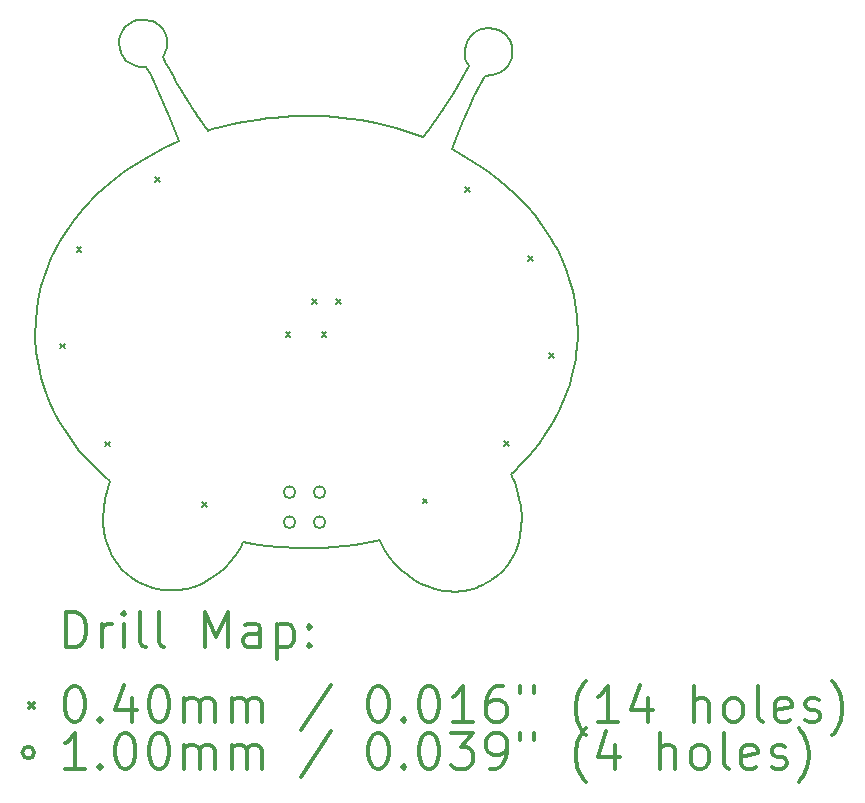
<source format=gbr>
%FSLAX45Y45*%
G04 Gerber Fmt 4.5, Leading zero omitted, Abs format (unit mm)*
G04 Created by KiCad (PCBNEW 4.0.7) date 06/01/18 22:24:52*
%MOMM*%
%LPD*%
G01*
G04 APERTURE LIST*
%ADD10C,0.127000*%
%ADD11C,0.150000*%
%ADD12C,0.200000*%
%ADD13C,0.300000*%
G04 APERTURE END LIST*
D10*
D11*
X12063730Y-9419590D02*
X12108180Y-9498330D01*
X11990070Y-9311640D02*
X12063730Y-9419590D01*
X11931650Y-9235440D02*
X11990070Y-9311640D01*
X11869420Y-9163050D02*
X11931650Y-9235440D01*
X11762740Y-9053830D02*
X11869420Y-9163050D01*
X11631930Y-8938260D02*
X11762740Y-9053830D01*
X11523980Y-8856980D02*
X11631930Y-8938260D01*
X11384280Y-8765540D02*
X11523980Y-8856980D01*
X11277600Y-8704580D02*
X11384280Y-8765540D01*
X11230610Y-8680450D02*
X11277600Y-8704580D01*
X11271250Y-8569960D02*
X11230610Y-8680450D01*
X11322050Y-8441690D02*
X11271250Y-8569960D01*
X11374120Y-8326120D02*
X11322050Y-8441690D01*
X11421110Y-8228330D02*
X11374120Y-8326120D01*
X11468100Y-8133080D02*
X11421110Y-8228330D01*
X11511280Y-8058150D02*
X11468100Y-8133080D01*
X11570970Y-8053070D02*
X11511280Y-8058150D01*
X11607800Y-8045450D02*
X11570970Y-8053070D01*
X11648440Y-8027670D02*
X11607800Y-8045450D01*
X11682730Y-7999730D02*
X11648440Y-8027670D01*
X11709400Y-7970520D02*
X11682730Y-7999730D01*
X11727180Y-7941310D02*
X11709400Y-7970520D01*
X11739880Y-7901940D02*
X11727180Y-7941310D01*
X11743690Y-7863840D02*
X11739880Y-7901940D01*
X11741150Y-7806690D02*
X11743690Y-7863840D01*
X11722100Y-7755890D02*
X11741150Y-7806690D01*
X11684000Y-7706360D02*
X11722100Y-7755890D01*
X11626850Y-7668260D02*
X11684000Y-7706360D01*
X11545570Y-7651750D02*
X11626850Y-7668260D01*
X11480800Y-7661910D02*
X11545570Y-7651750D01*
X11428730Y-7682230D02*
X11480800Y-7661910D01*
X11393170Y-7716520D02*
X11428730Y-7682230D01*
X11367770Y-7752080D02*
X11393170Y-7716520D01*
X11348720Y-7795260D02*
X11367770Y-7752080D01*
X11339830Y-7838440D02*
X11348720Y-7795260D01*
X11341100Y-7881620D02*
X11339830Y-7838440D01*
X11346180Y-7913370D02*
X11341100Y-7881620D01*
X11353800Y-7933690D02*
X11346180Y-7913370D01*
X11372850Y-7971790D02*
X11353800Y-7933690D01*
X11341100Y-8030210D02*
X11372850Y-7971790D01*
X11254740Y-8183880D02*
X11341100Y-8030210D01*
X11150600Y-8351520D02*
X11254740Y-8183880D01*
X11032490Y-8521700D02*
X11150600Y-8351520D01*
X10988040Y-8575040D02*
X11032490Y-8521700D01*
X10883900Y-8536940D02*
X10988040Y-8575040D01*
X10758170Y-8497570D02*
X10883900Y-8536940D01*
X10587990Y-8458200D02*
X10758170Y-8497570D01*
X10460990Y-8434070D02*
X10587990Y-8458200D01*
X10379710Y-8422640D02*
X10460990Y-8434070D01*
X10297160Y-8412480D02*
X10379710Y-8422640D01*
X10238740Y-8407400D02*
X10297160Y-8412480D01*
X10151110Y-8401050D02*
X10238740Y-8407400D01*
X10110470Y-8399780D02*
X10151110Y-8401050D01*
X9987280Y-8397240D02*
X10110470Y-8399780D01*
X9897110Y-8399780D02*
X9987280Y-8397240D01*
X9801860Y-8404860D02*
X9897110Y-8399780D01*
X9721850Y-8411210D02*
X9801860Y-8404860D01*
X9687560Y-8413750D02*
X9721850Y-8411210D01*
X9663430Y-8417560D02*
X9687560Y-8413750D01*
X9643110Y-8420100D02*
X9663430Y-8417560D01*
X9579610Y-8428990D02*
X9643110Y-8420100D01*
X9527540Y-8436610D02*
X9579610Y-8428990D01*
X9464040Y-8449310D02*
X9527540Y-8436610D01*
X9376410Y-8465820D02*
X9464040Y-8449310D01*
X9273540Y-8491220D02*
X9376410Y-8465820D01*
X9202420Y-8510270D02*
X9273540Y-8491220D01*
X9170670Y-8520430D02*
X9202420Y-8510270D01*
X9164320Y-8515350D02*
X9170670Y-8520430D01*
X9147810Y-8496300D02*
X9164320Y-8515350D01*
X9104630Y-8437880D02*
X9147810Y-8496300D01*
X9089390Y-8415020D02*
X9104630Y-8437880D01*
X9075420Y-8394700D02*
X9089390Y-8415020D01*
X9062720Y-8375650D02*
X9075420Y-8394700D01*
X9046210Y-8351520D02*
X9062720Y-8375650D01*
X8994140Y-8271510D02*
X9046210Y-8351520D01*
X8959850Y-8216900D02*
X8994140Y-8271510D01*
X8925560Y-8159750D02*
X8959850Y-8216900D01*
X8903970Y-8122920D02*
X8925560Y-8159750D01*
X8887460Y-8093710D02*
X8903970Y-8122920D01*
X8874760Y-8069580D02*
X8887460Y-8093710D01*
X8843010Y-8011160D02*
X8874760Y-8069580D01*
X8804910Y-7941310D02*
X8843010Y-8011160D01*
X8792210Y-7914640D02*
X8804910Y-7941310D01*
X8787130Y-7900670D02*
X8792210Y-7914640D01*
X8797290Y-7880350D02*
X8787130Y-7900670D01*
X8813800Y-7840980D02*
X8797290Y-7880350D01*
X8817610Y-7823200D02*
X8813800Y-7840980D01*
X8821420Y-7801610D02*
X8817610Y-7823200D01*
X8821420Y-7764780D02*
X8821420Y-7801610D01*
X8818880Y-7734300D02*
X8821420Y-7764780D01*
X8802370Y-7691120D02*
X8818880Y-7734300D01*
X8787130Y-7664450D02*
X8802370Y-7691120D01*
X8759190Y-7633970D02*
X8787130Y-7664450D01*
X8723630Y-7608570D02*
X8759190Y-7633970D01*
X8696960Y-7595870D02*
X8723630Y-7608570D01*
X8676640Y-7589520D02*
X8696960Y-7595870D01*
X8639810Y-7581900D02*
X8676640Y-7589520D01*
X8609330Y-7580630D02*
X8639810Y-7581900D01*
X8567420Y-7586980D02*
X8609330Y-7580630D01*
X8538210Y-7595870D02*
X8567420Y-7586980D01*
X8498840Y-7616190D02*
X8538210Y-7595870D01*
X8467090Y-7645400D02*
X8498840Y-7616190D01*
X8446770Y-7669530D02*
X8467090Y-7645400D01*
X8430260Y-7701280D02*
X8446770Y-7669530D01*
X8416290Y-7748270D02*
X8430260Y-7701280D01*
X8413750Y-7790180D02*
X8416290Y-7748270D01*
X8418830Y-7821930D02*
X8413750Y-7790180D01*
X8431530Y-7860030D02*
X8418830Y-7821930D01*
X8458200Y-7908290D02*
X8431530Y-7860030D01*
X8475980Y-7931150D02*
X8458200Y-7908290D01*
X8505190Y-7951470D02*
X8475980Y-7931150D01*
X8542020Y-7969250D02*
X8505190Y-7951470D01*
X8583930Y-7980680D02*
X8542020Y-7969250D01*
X8624570Y-7984490D02*
X8583930Y-7980680D01*
X8643620Y-7984490D02*
X8624570Y-7984490D01*
X8680450Y-8049260D02*
X8643620Y-7984490D01*
X8780780Y-8258810D02*
X8680450Y-8049260D01*
X8836660Y-8398510D02*
X8780780Y-8258810D01*
X8917940Y-8611870D02*
X8836660Y-8398510D01*
X8794750Y-8667750D02*
X8917940Y-8611870D01*
X8613140Y-8768080D02*
X8794750Y-8667750D01*
X8460740Y-8864600D02*
X8613140Y-8768080D01*
X8338820Y-8961120D02*
X8460740Y-8864600D01*
X8227060Y-9060180D02*
X8338820Y-8961120D01*
X8117840Y-9177020D02*
X8227060Y-9060180D01*
X8041640Y-9268460D02*
X8117840Y-9177020D01*
X7980680Y-9351010D02*
X8041640Y-9268460D01*
X7915910Y-9452610D02*
X7980680Y-9351010D01*
X7838440Y-9601200D02*
X7915910Y-9452610D01*
X7792720Y-9716770D02*
X7838440Y-9601200D01*
X7754620Y-9832340D02*
X7792720Y-9716770D01*
X7726680Y-9956800D02*
X7754620Y-9832340D01*
X7707630Y-10126980D02*
X7726680Y-9956800D01*
X7702550Y-10266680D02*
X7707630Y-10126980D01*
X7712710Y-10393680D02*
X7702550Y-10266680D01*
X7725410Y-10480040D02*
X7712710Y-10393680D01*
X7740650Y-10561320D02*
X7725410Y-10480040D01*
X7753350Y-10613390D02*
X7740650Y-10561320D01*
X7786370Y-10718800D02*
X7753350Y-10613390D01*
X7820660Y-10807700D02*
X7786370Y-10718800D01*
X7862570Y-10899140D02*
X7820660Y-10807700D01*
X7915910Y-10996930D02*
X7862570Y-10899140D01*
X7954010Y-11059160D02*
X7915910Y-10996930D01*
X8020050Y-11154410D02*
X7954010Y-11059160D01*
X8078470Y-11229340D02*
X8020050Y-11154410D01*
X8186420Y-11347450D02*
X8078470Y-11229340D01*
X8249920Y-11412220D02*
X8186420Y-11347450D01*
X8295640Y-11452860D02*
X8249920Y-11412220D01*
X8338820Y-11489690D02*
X8295640Y-11452860D01*
X8319770Y-11544300D02*
X8338820Y-11489690D01*
X8296910Y-11642090D02*
X8319770Y-11544300D01*
X8284210Y-11714480D02*
X8296910Y-11642090D01*
X8280400Y-11802110D02*
X8284210Y-11714480D01*
X8281670Y-11851640D02*
X8280400Y-11802110D01*
X8286750Y-11912600D02*
X8281670Y-11851640D01*
X8298180Y-11965940D02*
X8286750Y-11912600D01*
X8309610Y-12010390D02*
X8298180Y-11965940D01*
X8335010Y-12077700D02*
X8309610Y-12010390D01*
X8355330Y-12123420D02*
X8335010Y-12077700D01*
X8392160Y-12180570D02*
X8355330Y-12123420D01*
X8440420Y-12238990D02*
X8392160Y-12180570D01*
X8478520Y-12277090D02*
X8440420Y-12238990D01*
X8519160Y-12307570D02*
X8478520Y-12277090D01*
X8571230Y-12341860D02*
X8519160Y-12307570D01*
X8632190Y-12371070D02*
X8571230Y-12341860D01*
X8704580Y-12395200D02*
X8632190Y-12371070D01*
X8774430Y-12409170D02*
X8704580Y-12395200D01*
X8836660Y-12414250D02*
X8774430Y-12409170D01*
X8910320Y-12411710D02*
X8836660Y-12414250D01*
X8985250Y-12399010D02*
X8910320Y-12411710D01*
X9051290Y-12381230D02*
X8985250Y-12399010D01*
X9117330Y-12355830D02*
X9051290Y-12381230D01*
X9193530Y-12312650D02*
X9117330Y-12355830D01*
X9255760Y-12268200D02*
X9193530Y-12312650D01*
X9306560Y-12223750D02*
X9255760Y-12268200D01*
X9362440Y-12167870D02*
X9306560Y-12223750D01*
X9419590Y-12089130D02*
X9362440Y-12167870D01*
X9446260Y-12044680D02*
X9419590Y-12089130D01*
X9466580Y-12007850D02*
X9446260Y-12044680D01*
X9551670Y-12019280D02*
X9466580Y-12007850D01*
X9657080Y-12034520D02*
X9551670Y-12019280D01*
X9781540Y-12047220D02*
X9657080Y-12034520D01*
X9926320Y-12053570D02*
X9781540Y-12047220D01*
X10057130Y-12053570D02*
X9926320Y-12053570D01*
X10156190Y-12051030D02*
X10057130Y-12053570D01*
X10218420Y-12047220D02*
X10156190Y-12051030D01*
X10339070Y-12035790D02*
X10218420Y-12047220D01*
X10400030Y-12026900D02*
X10339070Y-12035790D01*
X10459720Y-12018010D02*
X10400030Y-12026900D01*
X10541000Y-12004040D02*
X10459720Y-12018010D01*
X10599420Y-11991340D02*
X10541000Y-12004040D01*
X10618470Y-11986260D02*
X10599420Y-11991340D01*
X10626090Y-11997690D02*
X10618470Y-11986260D01*
X10660380Y-12063730D02*
X10626090Y-11997690D01*
X10702290Y-12128500D02*
X10660380Y-12063730D01*
X10751820Y-12189460D02*
X10702290Y-12128500D01*
X10801350Y-12238990D02*
X10751820Y-12189460D01*
X10857230Y-12285980D02*
X10801350Y-12238990D01*
X10914380Y-12325350D02*
X10857230Y-12285980D01*
X10970260Y-12355830D02*
X10914380Y-12325350D01*
X11019790Y-12377420D02*
X10970260Y-12355830D01*
X11085830Y-12400280D02*
X11019790Y-12377420D01*
X11155680Y-12416790D02*
X11085830Y-12400280D01*
X11197590Y-12421870D02*
X11155680Y-12416790D01*
X11259820Y-12423140D02*
X11197590Y-12421870D01*
X11320780Y-12418060D02*
X11259820Y-12423140D01*
X11337290Y-12415520D02*
X11320780Y-12418060D01*
X11375390Y-12409170D02*
X11337290Y-12415520D01*
X11440160Y-12390120D02*
X11375390Y-12409170D01*
X11447780Y-12386310D02*
X11440160Y-12390120D01*
X11496040Y-12365990D02*
X11447780Y-12386310D01*
X11503660Y-12362180D02*
X11496040Y-12365990D01*
X11534140Y-12344400D02*
X11503660Y-12362180D01*
X11553190Y-12334240D02*
X11534140Y-12344400D01*
X11562080Y-12327890D02*
X11553190Y-12334240D01*
X11590020Y-12307570D02*
X11562080Y-12327890D01*
X11611610Y-12293600D02*
X11590020Y-12307570D01*
X11654790Y-12254230D02*
X11611610Y-12293600D01*
X11703050Y-12199620D02*
X11654790Y-12254230D01*
X11739880Y-12142470D02*
X11703050Y-12199620D01*
X11756390Y-12110720D02*
X11739880Y-12142470D01*
X11774170Y-12076430D02*
X11756390Y-12110720D01*
X11797030Y-12007850D02*
X11774170Y-12076430D01*
X11812270Y-11949430D02*
X11797030Y-12007850D01*
X11819890Y-11877040D02*
X11812270Y-11949430D01*
X11821160Y-11802110D02*
X11819890Y-11877040D01*
X11821160Y-11769090D02*
X11821160Y-11802110D01*
X11818620Y-11732260D02*
X11821160Y-11769090D01*
X11816080Y-11703050D02*
X11818620Y-11732260D01*
X11803380Y-11638280D02*
X11816080Y-11703050D01*
X11794490Y-11600180D02*
X11803380Y-11638280D01*
X11785600Y-11567160D02*
X11794490Y-11600180D01*
X11775440Y-11532870D02*
X11785600Y-11567160D01*
X11762740Y-11497310D02*
X11775440Y-11532870D01*
X11751310Y-11468100D02*
X11762740Y-11497310D01*
X11733530Y-11428730D02*
X11751310Y-11468100D01*
X11755120Y-11408410D02*
X11733530Y-11428730D01*
X11771630Y-11391900D02*
X11755120Y-11408410D01*
X11802110Y-11361420D02*
X11771630Y-11391900D01*
X11849100Y-11310620D02*
X11802110Y-11361420D01*
X11883390Y-11273790D02*
X11849100Y-11310620D01*
X11968480Y-11170920D02*
X11883390Y-11273790D01*
X12031980Y-11082020D02*
X11968480Y-11170920D01*
X12081510Y-11002010D02*
X12031980Y-11082020D01*
X12128500Y-10915650D02*
X12081510Y-11002010D01*
X12147550Y-10878820D02*
X12128500Y-10915650D01*
X12157710Y-10854690D02*
X12147550Y-10878820D01*
X12192000Y-10775950D02*
X12157710Y-10854690D01*
X12216130Y-10706100D02*
X12192000Y-10775950D01*
X12228830Y-10671810D02*
X12216130Y-10706100D01*
X12241530Y-10623550D02*
X12228830Y-10671810D01*
X12250420Y-10589260D02*
X12241530Y-10623550D01*
X12259310Y-10557510D02*
X12250420Y-10589260D01*
X12273280Y-10485120D02*
X12259310Y-10557510D01*
X12279630Y-10452100D02*
X12273280Y-10485120D01*
X12283440Y-10424160D02*
X12279630Y-10452100D01*
X12292330Y-10342880D02*
X12283440Y-10424160D01*
X12296140Y-10280650D02*
X12292330Y-10342880D01*
X12297410Y-10251440D02*
X12296140Y-10280650D01*
X12297410Y-10220960D02*
X12297410Y-10251440D01*
X12293600Y-10121900D02*
X12297410Y-10220960D01*
X12289790Y-10083800D02*
X12293600Y-10121900D01*
X12285980Y-10045700D02*
X12289790Y-10083800D01*
X12284710Y-10033000D02*
X12285980Y-10045700D01*
X12265660Y-9923780D02*
X12284710Y-10033000D01*
X12254230Y-9878060D02*
X12265660Y-9923780D01*
X12235180Y-9804400D02*
X12254230Y-9878060D01*
X12198350Y-9696450D02*
X12235180Y-9804400D01*
X12155170Y-9593580D02*
X12198350Y-9696450D01*
X12125960Y-9533890D02*
X12155170Y-9593580D01*
X12111990Y-9504680D02*
X12125960Y-9533890D01*
X12108180Y-9498330D02*
X12111990Y-9504680D01*
D12*
X7916484Y-10324404D02*
X7956484Y-10364404D01*
X7956484Y-10324404D02*
X7916484Y-10364404D01*
X8053644Y-9509064D02*
X8093644Y-9549064D01*
X8093644Y-9509064D02*
X8053644Y-9549064D01*
X8297484Y-11154984D02*
X8337484Y-11194984D01*
X8337484Y-11154984D02*
X8297484Y-11194984D01*
X8720140Y-8914704D02*
X8760140Y-8954704D01*
X8760140Y-8914704D02*
X8720140Y-8954704D01*
X9118920Y-11667810D02*
X9158920Y-11707810D01*
X9158920Y-11667810D02*
X9118920Y-11707810D01*
X9823516Y-10225852D02*
X9863516Y-10265852D01*
X9863516Y-10225852D02*
X9823516Y-10265852D01*
X10047036Y-9948992D02*
X10087036Y-9988992D01*
X10087036Y-9948992D02*
X10047036Y-9988992D01*
X10127808Y-10228392D02*
X10167808Y-10268392D01*
X10167808Y-10228392D02*
X10127808Y-10268392D01*
X10253792Y-9946452D02*
X10293792Y-9986452D01*
X10293792Y-9946452D02*
X10253792Y-9986452D01*
X10983280Y-11637330D02*
X11023280Y-11677330D01*
X11023280Y-11637330D02*
X10983280Y-11677330D01*
X11346500Y-8997000D02*
X11386500Y-9037000D01*
X11386500Y-8997000D02*
X11346500Y-9037000D01*
X11675430Y-11150920D02*
X11715430Y-11190920D01*
X11715430Y-11150920D02*
X11675430Y-11190920D01*
X11879900Y-9581200D02*
X11919900Y-9621200D01*
X11919900Y-9581200D02*
X11879900Y-9621200D01*
X12057700Y-10406700D02*
X12097700Y-10446700D01*
X12097700Y-10406700D02*
X12057700Y-10446700D01*
X9906724Y-11581384D02*
G75*
G03X9906724Y-11581384I-50000J0D01*
G01*
X9906724Y-11835384D02*
G75*
G03X9906724Y-11835384I-50000J0D01*
G01*
X10160724Y-11581384D02*
G75*
G03X10160724Y-11581384I-50000J0D01*
G01*
X10160724Y-11835384D02*
G75*
G03X10160724Y-11835384I-50000J0D01*
G01*
D13*
X7966478Y-12896354D02*
X7966478Y-12596354D01*
X8037907Y-12596354D01*
X8080764Y-12610640D01*
X8109336Y-12639211D01*
X8123621Y-12667783D01*
X8137907Y-12724926D01*
X8137907Y-12767783D01*
X8123621Y-12824926D01*
X8109336Y-12853497D01*
X8080764Y-12882069D01*
X8037907Y-12896354D01*
X7966478Y-12896354D01*
X8266478Y-12896354D02*
X8266478Y-12696354D01*
X8266478Y-12753497D02*
X8280764Y-12724926D01*
X8295050Y-12710640D01*
X8323621Y-12696354D01*
X8352193Y-12696354D01*
X8452193Y-12896354D02*
X8452193Y-12696354D01*
X8452193Y-12596354D02*
X8437907Y-12610640D01*
X8452193Y-12624926D01*
X8466479Y-12610640D01*
X8452193Y-12596354D01*
X8452193Y-12624926D01*
X8637907Y-12896354D02*
X8609336Y-12882069D01*
X8595050Y-12853497D01*
X8595050Y-12596354D01*
X8795050Y-12896354D02*
X8766479Y-12882069D01*
X8752193Y-12853497D01*
X8752193Y-12596354D01*
X9137907Y-12896354D02*
X9137907Y-12596354D01*
X9237907Y-12810640D01*
X9337907Y-12596354D01*
X9337907Y-12896354D01*
X9609336Y-12896354D02*
X9609336Y-12739211D01*
X9595050Y-12710640D01*
X9566479Y-12696354D01*
X9509336Y-12696354D01*
X9480764Y-12710640D01*
X9609336Y-12882069D02*
X9580764Y-12896354D01*
X9509336Y-12896354D01*
X9480764Y-12882069D01*
X9466479Y-12853497D01*
X9466479Y-12824926D01*
X9480764Y-12796354D01*
X9509336Y-12782069D01*
X9580764Y-12782069D01*
X9609336Y-12767783D01*
X9752193Y-12696354D02*
X9752193Y-12996354D01*
X9752193Y-12710640D02*
X9780764Y-12696354D01*
X9837907Y-12696354D01*
X9866479Y-12710640D01*
X9880764Y-12724926D01*
X9895050Y-12753497D01*
X9895050Y-12839211D01*
X9880764Y-12867783D01*
X9866479Y-12882069D01*
X9837907Y-12896354D01*
X9780764Y-12896354D01*
X9752193Y-12882069D01*
X10023621Y-12867783D02*
X10037907Y-12882069D01*
X10023621Y-12896354D01*
X10009336Y-12882069D01*
X10023621Y-12867783D01*
X10023621Y-12896354D01*
X10023621Y-12710640D02*
X10037907Y-12724926D01*
X10023621Y-12739211D01*
X10009336Y-12724926D01*
X10023621Y-12710640D01*
X10023621Y-12739211D01*
X7655050Y-13370640D02*
X7695050Y-13410640D01*
X7695050Y-13370640D02*
X7655050Y-13410640D01*
X8023621Y-13226354D02*
X8052193Y-13226354D01*
X8080764Y-13240640D01*
X8095050Y-13254926D01*
X8109336Y-13283497D01*
X8123621Y-13340640D01*
X8123621Y-13412069D01*
X8109336Y-13469211D01*
X8095050Y-13497783D01*
X8080764Y-13512069D01*
X8052193Y-13526354D01*
X8023621Y-13526354D01*
X7995050Y-13512069D01*
X7980764Y-13497783D01*
X7966478Y-13469211D01*
X7952193Y-13412069D01*
X7952193Y-13340640D01*
X7966478Y-13283497D01*
X7980764Y-13254926D01*
X7995050Y-13240640D01*
X8023621Y-13226354D01*
X8252193Y-13497783D02*
X8266478Y-13512069D01*
X8252193Y-13526354D01*
X8237907Y-13512069D01*
X8252193Y-13497783D01*
X8252193Y-13526354D01*
X8523621Y-13326354D02*
X8523621Y-13526354D01*
X8452193Y-13212069D02*
X8380764Y-13426354D01*
X8566478Y-13426354D01*
X8737907Y-13226354D02*
X8766479Y-13226354D01*
X8795050Y-13240640D01*
X8809336Y-13254926D01*
X8823621Y-13283497D01*
X8837907Y-13340640D01*
X8837907Y-13412069D01*
X8823621Y-13469211D01*
X8809336Y-13497783D01*
X8795050Y-13512069D01*
X8766479Y-13526354D01*
X8737907Y-13526354D01*
X8709336Y-13512069D01*
X8695050Y-13497783D01*
X8680764Y-13469211D01*
X8666479Y-13412069D01*
X8666479Y-13340640D01*
X8680764Y-13283497D01*
X8695050Y-13254926D01*
X8709336Y-13240640D01*
X8737907Y-13226354D01*
X8966479Y-13526354D02*
X8966479Y-13326354D01*
X8966479Y-13354926D02*
X8980764Y-13340640D01*
X9009336Y-13326354D01*
X9052193Y-13326354D01*
X9080764Y-13340640D01*
X9095050Y-13369211D01*
X9095050Y-13526354D01*
X9095050Y-13369211D02*
X9109336Y-13340640D01*
X9137907Y-13326354D01*
X9180764Y-13326354D01*
X9209336Y-13340640D01*
X9223621Y-13369211D01*
X9223621Y-13526354D01*
X9366479Y-13526354D02*
X9366479Y-13326354D01*
X9366479Y-13354926D02*
X9380764Y-13340640D01*
X9409336Y-13326354D01*
X9452193Y-13326354D01*
X9480764Y-13340640D01*
X9495050Y-13369211D01*
X9495050Y-13526354D01*
X9495050Y-13369211D02*
X9509336Y-13340640D01*
X9537907Y-13326354D01*
X9580764Y-13326354D01*
X9609336Y-13340640D01*
X9623621Y-13369211D01*
X9623621Y-13526354D01*
X10209336Y-13212069D02*
X9952193Y-13597783D01*
X10595050Y-13226354D02*
X10623621Y-13226354D01*
X10652193Y-13240640D01*
X10666478Y-13254926D01*
X10680764Y-13283497D01*
X10695050Y-13340640D01*
X10695050Y-13412069D01*
X10680764Y-13469211D01*
X10666478Y-13497783D01*
X10652193Y-13512069D01*
X10623621Y-13526354D01*
X10595050Y-13526354D01*
X10566478Y-13512069D01*
X10552193Y-13497783D01*
X10537907Y-13469211D01*
X10523621Y-13412069D01*
X10523621Y-13340640D01*
X10537907Y-13283497D01*
X10552193Y-13254926D01*
X10566478Y-13240640D01*
X10595050Y-13226354D01*
X10823621Y-13497783D02*
X10837907Y-13512069D01*
X10823621Y-13526354D01*
X10809336Y-13512069D01*
X10823621Y-13497783D01*
X10823621Y-13526354D01*
X11023621Y-13226354D02*
X11052193Y-13226354D01*
X11080764Y-13240640D01*
X11095050Y-13254926D01*
X11109336Y-13283497D01*
X11123621Y-13340640D01*
X11123621Y-13412069D01*
X11109336Y-13469211D01*
X11095050Y-13497783D01*
X11080764Y-13512069D01*
X11052193Y-13526354D01*
X11023621Y-13526354D01*
X10995050Y-13512069D01*
X10980764Y-13497783D01*
X10966478Y-13469211D01*
X10952193Y-13412069D01*
X10952193Y-13340640D01*
X10966478Y-13283497D01*
X10980764Y-13254926D01*
X10995050Y-13240640D01*
X11023621Y-13226354D01*
X11409335Y-13526354D02*
X11237907Y-13526354D01*
X11323621Y-13526354D02*
X11323621Y-13226354D01*
X11295050Y-13269211D01*
X11266478Y-13297783D01*
X11237907Y-13312069D01*
X11666478Y-13226354D02*
X11609335Y-13226354D01*
X11580764Y-13240640D01*
X11566478Y-13254926D01*
X11537907Y-13297783D01*
X11523621Y-13354926D01*
X11523621Y-13469211D01*
X11537907Y-13497783D01*
X11552193Y-13512069D01*
X11580764Y-13526354D01*
X11637907Y-13526354D01*
X11666478Y-13512069D01*
X11680764Y-13497783D01*
X11695050Y-13469211D01*
X11695050Y-13397783D01*
X11680764Y-13369211D01*
X11666478Y-13354926D01*
X11637907Y-13340640D01*
X11580764Y-13340640D01*
X11552193Y-13354926D01*
X11537907Y-13369211D01*
X11523621Y-13397783D01*
X11809336Y-13226354D02*
X11809336Y-13283497D01*
X11923621Y-13226354D02*
X11923621Y-13283497D01*
X12366478Y-13640640D02*
X12352193Y-13626354D01*
X12323621Y-13583497D01*
X12309335Y-13554926D01*
X12295050Y-13512069D01*
X12280764Y-13440640D01*
X12280764Y-13383497D01*
X12295050Y-13312069D01*
X12309335Y-13269211D01*
X12323621Y-13240640D01*
X12352193Y-13197783D01*
X12366478Y-13183497D01*
X12637907Y-13526354D02*
X12466478Y-13526354D01*
X12552193Y-13526354D02*
X12552193Y-13226354D01*
X12523621Y-13269211D01*
X12495050Y-13297783D01*
X12466478Y-13312069D01*
X12895050Y-13326354D02*
X12895050Y-13526354D01*
X12823621Y-13212069D02*
X12752193Y-13426354D01*
X12937907Y-13426354D01*
X13280764Y-13526354D02*
X13280764Y-13226354D01*
X13409335Y-13526354D02*
X13409335Y-13369211D01*
X13395050Y-13340640D01*
X13366478Y-13326354D01*
X13323621Y-13326354D01*
X13295050Y-13340640D01*
X13280764Y-13354926D01*
X13595050Y-13526354D02*
X13566478Y-13512069D01*
X13552193Y-13497783D01*
X13537907Y-13469211D01*
X13537907Y-13383497D01*
X13552193Y-13354926D01*
X13566478Y-13340640D01*
X13595050Y-13326354D01*
X13637907Y-13326354D01*
X13666478Y-13340640D01*
X13680764Y-13354926D01*
X13695050Y-13383497D01*
X13695050Y-13469211D01*
X13680764Y-13497783D01*
X13666478Y-13512069D01*
X13637907Y-13526354D01*
X13595050Y-13526354D01*
X13866478Y-13526354D02*
X13837907Y-13512069D01*
X13823621Y-13483497D01*
X13823621Y-13226354D01*
X14095050Y-13512069D02*
X14066478Y-13526354D01*
X14009336Y-13526354D01*
X13980764Y-13512069D01*
X13966478Y-13483497D01*
X13966478Y-13369211D01*
X13980764Y-13340640D01*
X14009336Y-13326354D01*
X14066478Y-13326354D01*
X14095050Y-13340640D01*
X14109336Y-13369211D01*
X14109336Y-13397783D01*
X13966478Y-13426354D01*
X14223621Y-13512069D02*
X14252193Y-13526354D01*
X14309336Y-13526354D01*
X14337907Y-13512069D01*
X14352193Y-13483497D01*
X14352193Y-13469211D01*
X14337907Y-13440640D01*
X14309336Y-13426354D01*
X14266478Y-13426354D01*
X14237907Y-13412069D01*
X14223621Y-13383497D01*
X14223621Y-13369211D01*
X14237907Y-13340640D01*
X14266478Y-13326354D01*
X14309336Y-13326354D01*
X14337907Y-13340640D01*
X14452193Y-13640640D02*
X14466478Y-13626354D01*
X14495050Y-13583497D01*
X14509336Y-13554926D01*
X14523621Y-13512069D01*
X14537907Y-13440640D01*
X14537907Y-13383497D01*
X14523621Y-13312069D01*
X14509336Y-13269211D01*
X14495050Y-13240640D01*
X14466478Y-13197783D01*
X14452193Y-13183497D01*
X7695050Y-13786640D02*
G75*
G03X7695050Y-13786640I-50000J0D01*
G01*
X8123621Y-13922354D02*
X7952193Y-13922354D01*
X8037907Y-13922354D02*
X8037907Y-13622354D01*
X8009336Y-13665211D01*
X7980764Y-13693783D01*
X7952193Y-13708069D01*
X8252193Y-13893783D02*
X8266478Y-13908069D01*
X8252193Y-13922354D01*
X8237907Y-13908069D01*
X8252193Y-13893783D01*
X8252193Y-13922354D01*
X8452193Y-13622354D02*
X8480764Y-13622354D01*
X8509336Y-13636640D01*
X8523621Y-13650926D01*
X8537907Y-13679497D01*
X8552193Y-13736640D01*
X8552193Y-13808069D01*
X8537907Y-13865211D01*
X8523621Y-13893783D01*
X8509336Y-13908069D01*
X8480764Y-13922354D01*
X8452193Y-13922354D01*
X8423621Y-13908069D01*
X8409336Y-13893783D01*
X8395050Y-13865211D01*
X8380764Y-13808069D01*
X8380764Y-13736640D01*
X8395050Y-13679497D01*
X8409336Y-13650926D01*
X8423621Y-13636640D01*
X8452193Y-13622354D01*
X8737907Y-13622354D02*
X8766479Y-13622354D01*
X8795050Y-13636640D01*
X8809336Y-13650926D01*
X8823621Y-13679497D01*
X8837907Y-13736640D01*
X8837907Y-13808069D01*
X8823621Y-13865211D01*
X8809336Y-13893783D01*
X8795050Y-13908069D01*
X8766479Y-13922354D01*
X8737907Y-13922354D01*
X8709336Y-13908069D01*
X8695050Y-13893783D01*
X8680764Y-13865211D01*
X8666479Y-13808069D01*
X8666479Y-13736640D01*
X8680764Y-13679497D01*
X8695050Y-13650926D01*
X8709336Y-13636640D01*
X8737907Y-13622354D01*
X8966479Y-13922354D02*
X8966479Y-13722354D01*
X8966479Y-13750926D02*
X8980764Y-13736640D01*
X9009336Y-13722354D01*
X9052193Y-13722354D01*
X9080764Y-13736640D01*
X9095050Y-13765211D01*
X9095050Y-13922354D01*
X9095050Y-13765211D02*
X9109336Y-13736640D01*
X9137907Y-13722354D01*
X9180764Y-13722354D01*
X9209336Y-13736640D01*
X9223621Y-13765211D01*
X9223621Y-13922354D01*
X9366479Y-13922354D02*
X9366479Y-13722354D01*
X9366479Y-13750926D02*
X9380764Y-13736640D01*
X9409336Y-13722354D01*
X9452193Y-13722354D01*
X9480764Y-13736640D01*
X9495050Y-13765211D01*
X9495050Y-13922354D01*
X9495050Y-13765211D02*
X9509336Y-13736640D01*
X9537907Y-13722354D01*
X9580764Y-13722354D01*
X9609336Y-13736640D01*
X9623621Y-13765211D01*
X9623621Y-13922354D01*
X10209336Y-13608069D02*
X9952193Y-13993783D01*
X10595050Y-13622354D02*
X10623621Y-13622354D01*
X10652193Y-13636640D01*
X10666478Y-13650926D01*
X10680764Y-13679497D01*
X10695050Y-13736640D01*
X10695050Y-13808069D01*
X10680764Y-13865211D01*
X10666478Y-13893783D01*
X10652193Y-13908069D01*
X10623621Y-13922354D01*
X10595050Y-13922354D01*
X10566478Y-13908069D01*
X10552193Y-13893783D01*
X10537907Y-13865211D01*
X10523621Y-13808069D01*
X10523621Y-13736640D01*
X10537907Y-13679497D01*
X10552193Y-13650926D01*
X10566478Y-13636640D01*
X10595050Y-13622354D01*
X10823621Y-13893783D02*
X10837907Y-13908069D01*
X10823621Y-13922354D01*
X10809336Y-13908069D01*
X10823621Y-13893783D01*
X10823621Y-13922354D01*
X11023621Y-13622354D02*
X11052193Y-13622354D01*
X11080764Y-13636640D01*
X11095050Y-13650926D01*
X11109336Y-13679497D01*
X11123621Y-13736640D01*
X11123621Y-13808069D01*
X11109336Y-13865211D01*
X11095050Y-13893783D01*
X11080764Y-13908069D01*
X11052193Y-13922354D01*
X11023621Y-13922354D01*
X10995050Y-13908069D01*
X10980764Y-13893783D01*
X10966478Y-13865211D01*
X10952193Y-13808069D01*
X10952193Y-13736640D01*
X10966478Y-13679497D01*
X10980764Y-13650926D01*
X10995050Y-13636640D01*
X11023621Y-13622354D01*
X11223621Y-13622354D02*
X11409335Y-13622354D01*
X11309335Y-13736640D01*
X11352193Y-13736640D01*
X11380764Y-13750926D01*
X11395050Y-13765211D01*
X11409335Y-13793783D01*
X11409335Y-13865211D01*
X11395050Y-13893783D01*
X11380764Y-13908069D01*
X11352193Y-13922354D01*
X11266478Y-13922354D01*
X11237907Y-13908069D01*
X11223621Y-13893783D01*
X11552193Y-13922354D02*
X11609335Y-13922354D01*
X11637907Y-13908069D01*
X11652193Y-13893783D01*
X11680764Y-13850926D01*
X11695050Y-13793783D01*
X11695050Y-13679497D01*
X11680764Y-13650926D01*
X11666478Y-13636640D01*
X11637907Y-13622354D01*
X11580764Y-13622354D01*
X11552193Y-13636640D01*
X11537907Y-13650926D01*
X11523621Y-13679497D01*
X11523621Y-13750926D01*
X11537907Y-13779497D01*
X11552193Y-13793783D01*
X11580764Y-13808069D01*
X11637907Y-13808069D01*
X11666478Y-13793783D01*
X11680764Y-13779497D01*
X11695050Y-13750926D01*
X11809336Y-13622354D02*
X11809336Y-13679497D01*
X11923621Y-13622354D02*
X11923621Y-13679497D01*
X12366478Y-14036640D02*
X12352193Y-14022354D01*
X12323621Y-13979497D01*
X12309335Y-13950926D01*
X12295050Y-13908069D01*
X12280764Y-13836640D01*
X12280764Y-13779497D01*
X12295050Y-13708069D01*
X12309335Y-13665211D01*
X12323621Y-13636640D01*
X12352193Y-13593783D01*
X12366478Y-13579497D01*
X12609335Y-13722354D02*
X12609335Y-13922354D01*
X12537907Y-13608069D02*
X12466478Y-13822354D01*
X12652193Y-13822354D01*
X12995050Y-13922354D02*
X12995050Y-13622354D01*
X13123621Y-13922354D02*
X13123621Y-13765211D01*
X13109335Y-13736640D01*
X13080764Y-13722354D01*
X13037907Y-13722354D01*
X13009335Y-13736640D01*
X12995050Y-13750926D01*
X13309335Y-13922354D02*
X13280764Y-13908069D01*
X13266478Y-13893783D01*
X13252193Y-13865211D01*
X13252193Y-13779497D01*
X13266478Y-13750926D01*
X13280764Y-13736640D01*
X13309335Y-13722354D01*
X13352193Y-13722354D01*
X13380764Y-13736640D01*
X13395050Y-13750926D01*
X13409335Y-13779497D01*
X13409335Y-13865211D01*
X13395050Y-13893783D01*
X13380764Y-13908069D01*
X13352193Y-13922354D01*
X13309335Y-13922354D01*
X13580764Y-13922354D02*
X13552193Y-13908069D01*
X13537907Y-13879497D01*
X13537907Y-13622354D01*
X13809336Y-13908069D02*
X13780764Y-13922354D01*
X13723621Y-13922354D01*
X13695050Y-13908069D01*
X13680764Y-13879497D01*
X13680764Y-13765211D01*
X13695050Y-13736640D01*
X13723621Y-13722354D01*
X13780764Y-13722354D01*
X13809336Y-13736640D01*
X13823621Y-13765211D01*
X13823621Y-13793783D01*
X13680764Y-13822354D01*
X13937907Y-13908069D02*
X13966478Y-13922354D01*
X14023621Y-13922354D01*
X14052193Y-13908069D01*
X14066478Y-13879497D01*
X14066478Y-13865211D01*
X14052193Y-13836640D01*
X14023621Y-13822354D01*
X13980764Y-13822354D01*
X13952193Y-13808069D01*
X13937907Y-13779497D01*
X13937907Y-13765211D01*
X13952193Y-13736640D01*
X13980764Y-13722354D01*
X14023621Y-13722354D01*
X14052193Y-13736640D01*
X14166478Y-14036640D02*
X14180764Y-14022354D01*
X14209336Y-13979497D01*
X14223621Y-13950926D01*
X14237907Y-13908069D01*
X14252193Y-13836640D01*
X14252193Y-13779497D01*
X14237907Y-13708069D01*
X14223621Y-13665211D01*
X14209336Y-13636640D01*
X14180764Y-13593783D01*
X14166478Y-13579497D01*
M02*

</source>
